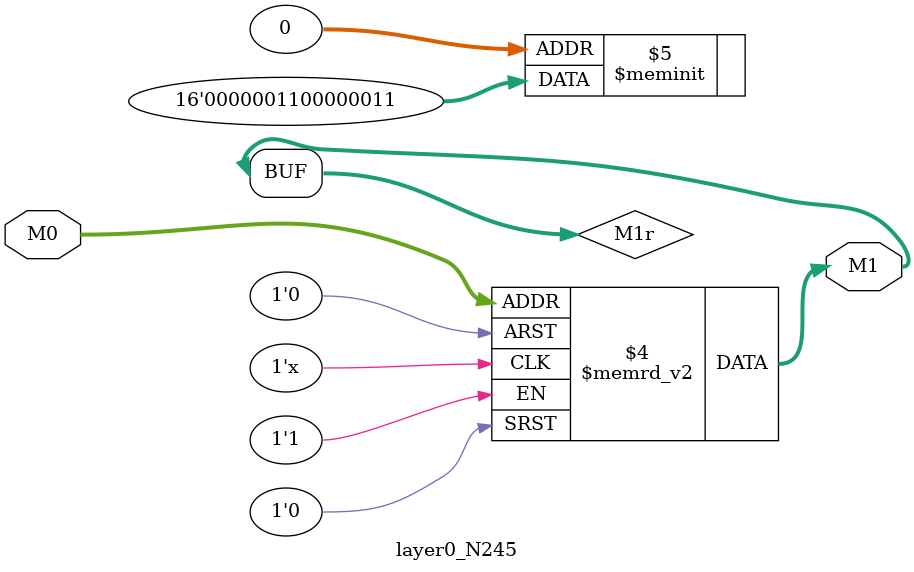
<source format=v>
module layer0_N245 ( input [2:0] M0, output [1:0] M1 );

	(*rom_style = "distributed" *) reg [1:0] M1r;
	assign M1 = M1r;
	always @ (M0) begin
		case (M0)
			3'b000: M1r = 2'b11;
			3'b100: M1r = 2'b11;
			3'b010: M1r = 2'b00;
			3'b110: M1r = 2'b00;
			3'b001: M1r = 2'b00;
			3'b101: M1r = 2'b00;
			3'b011: M1r = 2'b00;
			3'b111: M1r = 2'b00;

		endcase
	end
endmodule

</source>
